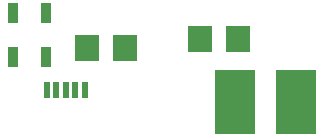
<source format=gtp>
%FSLAX23Y23*%
%MOIN*%
G70*
G01*
G75*
G04 Layer_Color=8421504*
%ADD10R,0.020X0.055*%
%ADD11R,0.132X0.213*%
%ADD12R,0.037X0.067*%
%ADD13R,0.079X0.087*%
%ADD14C,0.025*%
%ADD15C,0.020*%
%ADD16C,0.015*%
%ADD17O,0.142X0.142*%
%ADD18R,0.063X0.063*%
%ADD19C,0.063*%
%ADD20P,0.128X8X202.5*%
%ADD21P,0.128X8X112.5*%
%ADD22C,0.081*%
%ADD23C,0.060*%
%ADD24R,0.059X0.059*%
%ADD25C,0.059*%
%ADD26R,0.059X0.059*%
%ADD27C,0.010*%
%ADD28C,0.006*%
%ADD29C,0.008*%
%ADD30C,0.005*%
%ADD31C,0.010*%
%ADD32C,0.006*%
D10*
X2925Y1530D02*
D03*
X2956D02*
D03*
X2988D02*
D03*
X2894D02*
D03*
X2862D02*
D03*
D11*
X3691Y1490D02*
D03*
X3489D02*
D03*
D12*
X2860Y1785D02*
D03*
X2750D02*
D03*
X2860Y1640D02*
D03*
X2750D02*
D03*
D13*
X2997Y1670D02*
D03*
X3123D02*
D03*
X3498Y1700D02*
D03*
X3372D02*
D03*
M02*

</source>
